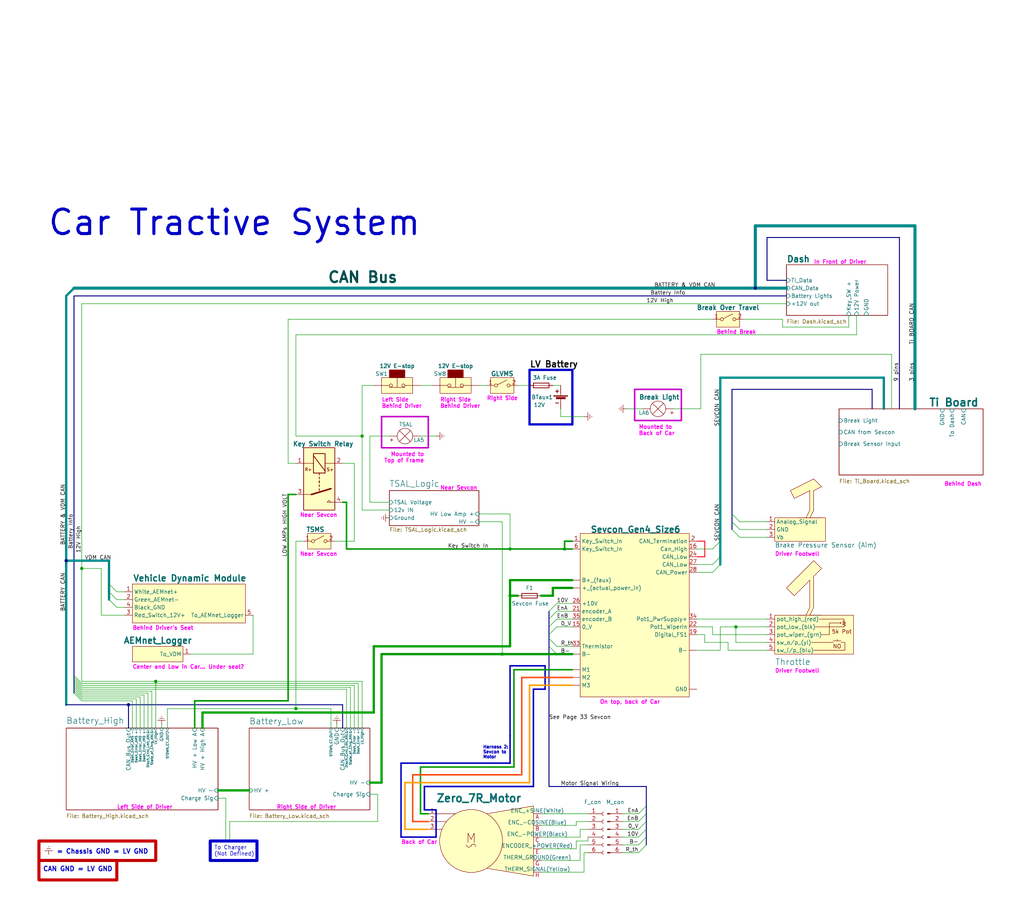
<source format=kicad_sch>
(kicad_sch (version 20230121) (generator eeschema)
  (paper "User" 334.01 300.025)
  (title_block (title "Tractive System") (date "2023-05-03") (rev "Print 1"))
  (lib_symbols
    (symbol "CamachosSymbols:SW_SPST" (pin_names (offset 0) hide)
      (property "Reference" "SW" (at 0 3.175 0))
      (property "Value" "SW_SPST" (at 0 -2.54 0))
      (symbol "SW_SPST_0_0"
        (circle (center -2.032 0) (radius 0.508))
        (polyline (pts (xy -1.524 0.254) (xy 1.524 1.778)))
        (circle (center 2.032 0) (radius 0.508))
      )
      (symbol "SW_SPST_0_1"
        (rectangle (start -3.81 2.54) (end 3.81 -2.54) (fill (type background)))
      )
      (symbol "SW_SPST_1_1"
        (pin passive line (at -5.08 0 0) (length 2.54) (name "A") (number "1"))
        (pin passive line (at 5.08 0 180) (length 2.54) (name "B") (number "2"))
      )
    )
    (symbol "CamachosSymbols:Safety Switch" (pin_numbers hide) (pin_names (offset 1.016) hide)
      (property "Reference" "SW?" (at 0 7.62 0))
      (property "Value" "Safety Switch" (at 0 6.35 0))
      (symbol "Safety Switch_0_1"
        (rectangle (start -5.08 2.54) (end 5.08 -2.54) (fill (type background)))
        (circle (center -2.032 0) (radius 0.508))
        (polyline (pts (xy -5.08 0) (xy -2.54 0)))
        (polyline (pts (xy -2.54 -0.635) (xy 2.54 -0.635)))
        (polyline (pts (xy 0 -0.635) (xy 0 1.27)))
        (polyline (pts (xy 0 1.27) (xy 0 2.54)))
        (polyline (pts (xy 2.54 0) (xy 5.08 0)))
        (polyline (pts (xy -2.54 2.54) (xy -2.54 5.08) (xy 2.54 5.08) (xy 2.54 2.54) (xy -2.54 2.54)) (fill (type outline)))
        (circle (center 2.032 0) (radius 0.508))
        (pin passive line (at -7.62 0 0) (length 2.54) (name "A") (number "1"))
      )
      (symbol "Safety Switch_1_1"
        (pin passive line (at 7.62 0 180) (length 2.54) (name "B") (number "2"))
      )
    )
    (symbol "CamachosSymbols:Sevcon_Gen4_Size6"
      (property "Value" "Sevcon_Gen4_Size6" (at 10.16 16.51 0))
      (symbol "Sevcon_Gen4_Size6_0_1"
        (rectangle (start -17.78 15.24) (end 17.78 -38.1) (fill (type background)))
      )
      (symbol "Sevcon_Gen4_Size6_1_1"
        (pin passive line (at -20.32 -2.54 0) (length 2.54) (name "+_(actual_power_in)") (number ""))
        (pin passive line (at -20.32 0 0) (length 2.54) (name "B+_(faux)") (number ""))
        (pin passive line (at -20.32 -24.13 0) (length 2.54) (name "B-") (number ""))
        (pin passive line (at 20.32 -22.86 180) (length 2.54) (name "B-") (number ""))
        (pin passive line (at 20.32 -35.56 180) (length 2.54) (name "GND") (number ""))
        (pin passive line (at -20.32 -29.21 0) (length 2.54) (name "M1") (number ""))
        (pin passive line (at -20.32 -31.75 0) (length 2.54) (name "M2") (number ""))
        (pin passive line (at -20.32 -34.29 0) (length 2.54) (name "M3") (number ""))
        (pin passive line (at -20.32 12.7 0) (length 2.54) (name "Key_Switch_In") (number "1"))
        (pin passive line (at -20.32 -15.24 0) (length 2.54) (name "0_V") (number "15"))
        (pin passive line (at 20.32 10.16 180) (length 2.54) (name "Can_High") (number "16"))
        (pin passive line (at 20.32 -17.78 180) (length 2.54) (name "Digital_FS1") (number "19"))
        (pin passive line (at 20.32 12.7 180) (length 2.54) (name "CAN_Termination") (number "2"))
        (pin passive line (at -20.32 -10.16 0) (length 2.54) (name "encoder_A") (number "21"))
        (pin passive line (at 20.32 -15.24 180) (length 2.54) (name "Pot1_WiperIn") (number "22"))
        (pin passive line (at 20.32 7.62 180) (length 2.54) (name "CAN_Low") (number "24"))
        (pin passive line (at -20.32 -7.62 0) (length 2.54) (name "+10V") (number "26"))
        (pin passive line (at 20.32 5.08 180) (length 2.54) (name "CAN_Low") (number "27"))
        (pin passive line (at 20.32 2.54 180) (length 2.54) (name "CAN_Power") (number "28"))
        (pin passive line (at -20.32 7.62 0) (length 2.54) hide (name "Line_Contactor_(Cont1)") (number "3"))
        (pin passive line (at -20.32 -21.59 0) (length 2.54) (name "Thermistor") (number "33"))
        (pin passive line (at 20.32 -12.7 180) (length 2.54) (name "Pot1_PwrSupply+") (number "34"))
        (pin passive line (at -20.32 -12.7 0) (length 2.54) (name "encoder_B") (number "35"))
        (pin passive line (at -20.32 5.08 0) (length 2.54) hide (name "Cont1_Supply_(+)") (number "4"))
        (pin passive line (at -20.32 10.16 0) (length 2.54) (name "Key_Switch_In") (number "6"))
      )
    )
    (symbol "CamachosSymbols:Throttle"
      (property "Value" "Throttle" (at 12.7 11.43 0))
      (symbol "Throttle_0_0"
        (text "5k Pot" (at 14.224 -2.794 0) (effects (font (size 1.27 1.27))))
        (text "NO" (at 12.7 -7.62 0) (effects (font (size 1.27 1.27))))
      )
      (symbol "Throttle_0_1"
        (rectangle (start -7.62 2.54) (end 18.034 -10.16) (fill (type background)))
        (polyline (pts (xy 4.318 -6.35) (xy 11.43 -6.35)))
        (polyline (pts (xy 5.08 -8.89) (xy 11.43 -8.89)))
        (polyline (pts (xy 11.43 -6.35) (xy 11.43 -6.35)))
        (polyline (pts (xy 11.43 -5.842) (xy 13.97 -5.842)))
        (polyline (pts (xy 12.7 -5.842) (xy 12.7 -5.334)))
        (polyline (pts (xy 13.716 0.254) (xy 13.97 0) (xy 13.716 -0.254)))
        (polyline (pts (xy 7.62 -3.81) (xy 10.16 -3.81) (xy 10.16 0) (xy 13.97 0)))
        (polyline (pts (xy 11.43 -8.89) (xy 15.24 -8.89) (xy 15.24 -6.35) (xy 13.97 -6.35)))
        (polyline (pts (xy 6.858 1.27) (xy 14.986 1.27) (xy 14.986 0.762) (xy 14.478 0.508) (xy 15.494 0.254) (xy 14.478 0) (xy 15.494 -0.254) (xy 14.478 -0.508) (xy 15.494 -0.762) (xy 14.986 -1.016) (xy 14.986 -1.27) (xy 5.588 -1.27)))
        (polyline (pts (xy 0 2.54) (xy 2.54 2.54) (xy 3.81 5.08) (xy 3.81 11.43) (xy 3.81 13.97) (xy -1.27 8.89) (xy -3.81 11.43) (xy 5.08 20.32) (xy 7.62 17.78) (xy 5.08 15.24) (xy 5.08 5.08) (xy 3.81 2.54) (xy 6.35 2.54) (xy 7.62 2.54)) (fill (type background)))
      )
      (symbol "Throttle_1_1"
        (pin passive line (at -10.16 1.27 0) (length 2.54) (name "pot_high_(red)") (number "1"))
        (pin passive line (at -10.16 -1.27 0) (length 2.54) (name "pot_low_(blk)") (number "2"))
        (pin passive line (at -10.16 -3.81 0) (length 2.54) (name "pot_wiper_(grn)") (number "3"))
        (pin passive line (at -10.16 -6.35 0) (length 2.54) (name "sw_o/p_(yl)") (number "4"))
        (pin passive line (at -10.16 -8.89 0) (length 2.54) (name "sw_i/p_(blu)") (number "5"))
      )
    )
    (symbol "CamachosSymbols:Zero_7R_Motor" (pin_names (offset 0))
      (property "Reference" "M?" (at -0.635 16.51 0))
      (property "Value" "Zero_7R_Motor" (at -0.635 13.97 0))
      (symbol "Zero_7R_Motor_0_0"
        (polyline (pts (xy 3.556 -0.508) (xy 3.556 2.54) (xy 2.54 0.508) (xy 1.524 2.54) (xy 1.524 -0.508)))
        (arc (start 2.54 -1.524) (mid 1.6743 -1.0287) (end 1.016 -1.778))
        (arc (start 2.54 -1.524) (mid 3.4022 -1.9982) (end 4.064 -1.27))
      )
      (symbol "Zero_7R_Motor_0_1"
        (polyline (pts (xy 13.97 3.81) (xy 12.065 3.81)))
        (polyline (pts (xy 13.97 8.89) (xy 7.62 8.89)))
        (polyline (pts (xy 13.97 6.35) (xy 10.5664 6.35) (xy 10.6172 6.3246)))
        (polyline (pts (xy -2.54 8.89) (xy -17.78 11.43) (xy -17.78 -11.43) (xy -2.54 -8.89)) (fill (type background)))
        (circle (center 2.54 0) (radius 10.2391) (fill (type background)))
      )
      (symbol "Zero_7R_Motor_1_1"
        (pin passive line (at 16.51 8.89 180) (length 2.54) (name "~") (number "1"))
        (pin passive line (at 16.51 6.35 180) (length 2.54) (name "~") (number "2"))
        (pin passive line (at 16.51 3.81 180) (length 2.54) (name "~") (number "3"))
        (pin passive line (at -20.32 8.89 0) (length 2.54) (name "ENC_+SINE(White)") (number "A"))
        (pin passive line (at -20.32 5.08 0) (length 2.54) (name "ENC_-COSINE(Blue)") (number "B"))
        (pin passive line (at -20.32 1.27 0) (length 2.54) (name "ENC_-POWER(Black)") (number "C"))
        (pin passive line (at -20.32 -2.54 0) (length 2.54) (name "ENCODER_+POWER(Red)") (number "E"))
        (pin passive line (at -20.32 -6.35 0) (length 2.54) (name "THERM_GROUND(Green)") (number "G"))
        (pin passive line (at -20.32 -10.16 0) (length 2.54) (name "THERM_SIGNAL(Yellow)") (number "H"))
      )
    )
    (symbol "Connector:Conn_01x06_Female" (pin_names (offset 1.016) hide)
      (property "Reference" "J" (at 0 7.62 0))
      (property "Value" "Conn_01x06_Female" (at 0 -10.16 0))
      (symbol "Conn_01x06_Female_1_1"
        (arc (start 0 -7.112) (mid -0.5058 -7.62) (end 0 -8.128) (stroke (width 0.1524)))
        (arc (start 0 -4.572) (mid -0.5058 -5.08) (end 0 -5.588) (stroke (width 0.1524)))
        (arc (start 0 -2.032) (mid -0.5058 -2.54) (end 0 -3.048) (stroke (width 0.1524)))
        (polyline (pts (xy -1.27 -7.62) (xy -0.508 -7.62)) (stroke (width 0.1524)))
        (polyline (pts (xy -1.27 -5.08) (xy -0.508 -5.08)) (stroke (width 0.1524)))
        (polyline (pts (xy -1.27 -2.54) (xy -0.508 -2.54)) (stroke (width 0.1524)))
        (polyline (pts (xy -1.27 0) (xy -0.508 0)) (stroke (width 0.1524)))
        (polyline (pts (xy -1.27 2.54) (xy -0.508 2.54)) (stroke (width 0.1524)))
        (polyline (pts (xy -1.27 5.08) (xy -0.508 5.08)) (stroke (width 0.1524)))
        (arc (start 0 0.508) (mid -0.5058 0) (end 0 -0.508) (stroke (width 0.1524)))
        (arc (start 0 3.048) (mid -0.5058 2.54) (end 0 2.032) (stroke (width 0.1524)))
        (arc (start 0 5.588) (mid -0.5058 5.08) (end 0 4.572) (stroke (width 0.1524)))
        (pin passive line (at -5.08 5.08 0) (length 3.81) (name "Pin_1") (number "1"))
        (pin passive line (at -5.08 2.54 0) (length 3.81) (name "Pin_2") (number "2"))
        (pin passive line (at -5.08 0 0) (length 3.81) (name "Pin_3") (number "3"))
        (pin passive line (at -5.08 -2.54 0) (length 3.81) (name "Pin_4") (number "4"))
        (pin passive line (at -5.08 -5.08 0) (length 3.81) (name "Pin_5") (number "5"))
        (pin passive line (at -5.08 -7.62 0) (length 3.81) (name "Pin_6") (number "6"))
      )
    )
    (symbol "Connector:Conn_01x06_Male" (pin_names (offset 1.016) hide)
      (property "Reference" "J" (at 0 7.62 0))
      (property "Value" "Conn_01x06_Male" (at 0 -10.16 0))
      (symbol "Conn_01x06_Male_1_1"
        (polyline (pts (xy 1.27 -7.62) (xy 0.8636 -7.62)) (stroke (width 0.1524)))
        (polyline (pts (xy 1.27 -5.08) (xy 0.8636 -5.08)) (stroke (width 0.1524)))
        (polyline (pts (xy 1.27 -2.54) (xy 0.8636 -2.54)) (stroke (width 0.1524)))
        (polyline (pts (xy 1.27 0) (xy 0.8636 0)) (stroke (width 0.1524)))
        (polyline (pts (xy 1.27 2.54) (xy 0.8636 2.54)) (stroke (width 0.1524)))
        (polyline (pts (xy 1.27 5.08) (xy 0.8636 5.08)) (stroke (width 0.1524)))
        (rectangle (start 0.8636 -7.493) (end 0 -7.747) (stroke (width 0.1524)) (fill (type outline)))
        (rectangle (start 0.8636 -4.953) (end 0 -5.207) (stroke (width 0.1524)) (fill (type outline)))
        (rectangle (start 0.8636 -2.413) (end 0 -2.667) (stroke (width 0.1524)) (fill (type outline)))
        (rectangle (start 0.8636 0.127) (end 0 -0.127) (stroke (width 0.1524)) (fill (type outline)))
        (rectangle (start 0.8636 2.667) (end 0 2.413) (stroke (width 0.1524)) (fill (type outline)))
        (rectangle (start 0.8636 5.207) (end 0 4.953) (stroke (width 0.1524)) (fill (type outline)))
        (pin passive line (at 5.08 5.08 180) (length 3.81) (name "Pin_1") (number "1"))
        (pin passive line (at 5.08 2.54 180) (length 3.81) (name "Pin_2") (number "2"))
        (pin passive line (at 5.08 0 180) (length 3.81) (name "Pin_3") (number "3"))
        (pin passive line (at 5.08 -2.54 180) (length 3.81) (name "Pin_4") (number "4"))
        (pin passive line (at 5.08 -5.08 180) (length 3.81) (name "Pin_5") (number "5"))
        (pin passive line (at 5.08 -7.62 180) (length 3.81) (name "Pin_6") (number "6"))
      )
    )
    (symbol "Device:Battery_Cell" (pin_numbers hide) (pin_names (offset 0) hide)
      (property "Reference" "BTaux1" (at 2.54 1.27 0))
      (property "Value" "12V" (at 5.08 -1.27 0))
      (symbol "Battery_Cell_0_1"
        (rectangle (start -2.286 1.778) (end 2.286 1.524) (fill (type outline)))
        (rectangle (start -1.5748 1.1938) (end 1.4732 0.6858) (fill (type outline)))
        (polyline (pts (xy 0 0.762) (xy 0 0)))
        (polyline (pts (xy 0 1.778) (xy 0 2.54)))
        (polyline (pts (xy 0.635 -0.635) (xy 1.651 -0.635)) (stroke (width 0.254)))
        (polyline (pts (xy 0.635 3.175) (xy 1.651 3.175)) (stroke (width 0.254)))
        (polyline (pts (xy 1.143 3.683) (xy 1.143 2.667)) (stroke (width 0.254)))
      )
      (symbol "Battery_Cell_1_1"
        (pin passive line (at 0 5.08 270) (length 2.54) (name "+") (number "1"))
        (pin passive line (at 0 -2.54 90) (length 2.54) (name "-") (number "2"))
      )
    )
    (symbol "Device:Fuse" (pin_numbers hide) (pin_names (offset 0))
      (property "Reference" "F" (at 2.032 0 90))
      (property "Value" "Fuse" (at -1.905 0 90))
      (symbol "Fuse_0_1"
        (rectangle (start -0.762 -2.54) (end 0.762 2.54) (stroke (width 0.254)))
        (polyline (pts (xy 0 2.54) (xy 0 -2.54)))
      )
      (symbol "Fuse_1_1"
        (pin passive line (at 0 3.81 270) (length 1.27) (name "~") (number "1"))
        (pin passive line (at 0 -3.81 90) (length 1.27) (name "~") (number "2"))
      )
    )
    (symbol "Lamp_4" (pin_numbers hide) (pin_names (offset 0.0254) hide)
      (property "Reference" "LA4" (at 6.35 1.27 0))
      (property "Value" "Keyswitch Light" (at 7.62 -3.81 0))
      (symbol "Lamp_4_0_0"
        (text "+" (at -4.445 1.27 900) (effects (font (size 1.27 1.27))))
      )
      (symbol "Lamp_4_0_1"
        (polyline (pts (xy -1.778 -1.778) (xy 1.778 1.778)))
        (polyline (pts (xy -1.778 1.778) (xy 1.778 -1.778)))
        (circle (center 0 0) (radius 2.54))
      )
      (symbol "Lamp_4_1_1"
        (pin passive line (at 5.08 0 180) (length 2.54) (name "-") (number "1"))
        (pin passive line (at -5.08 0 0) (length 2.54) (name "+") (number "2"))
      )
    )
    (symbol "Relay:ADW11"
      (property "Reference" "K?" (at -2.54 15.24 0))
      (property "Value" "Line Contactor" (at 1.27 12.7 0))
      (symbol "ADW11_1_1"
        (polyline (pts (xy -3.81 6.35) (xy -0.635 6.35)))
        (polyline (pts (xy -1.27 -3.81) (xy -3.81 -3.81)))
        (polyline (pts (xy -1.27 -3.81) (xy 5.08 -1.905)) (stroke (width 0.508)))
        (polyline (pts (xy -0.635 8.89) (xy 3.175 3.81)) (stroke (width 0.254)))
        (polyline (pts (xy 1.27 -1.905) (xy 1.27 -2.54)) (stroke (width 0.254)))
        (polyline (pts (xy 1.27 -0.635) (xy 1.27 -1.27)) (stroke (width 0.254)))
        (polyline (pts (xy 1.27 0.635) (xy 1.27 0)) (stroke (width 0.254)))
        (polyline (pts (xy 1.27 0.635) (xy 1.27 0)) (stroke (width 0.254)))
        (polyline (pts (xy 1.27 1.905) (xy 1.27 1.27)) (stroke (width 0.254)))
        (polyline (pts (xy 1.27 3.175) (xy 1.27 2.54)) (stroke (width 0.254)))
        (polyline (pts (xy 5.08 -6.35) (xy 6.35 -6.35)))
        (polyline (pts (xy 6.35 6.35) (xy 3.175 6.35)))
        (polyline (pts (xy 5.08 -6.35) (xy 3.81 -6.35) (xy 4.445 -5.715) (xy 5.08 -6.35)))
        (rectangle (start 3.175 9.525) (end -0.635 3.175) (stroke (width 0.254)))
        (rectangle (start 6.35 11.43) (end -3.81 -8.89) (stroke (width 0.254)) (fill (type background)))
        (text "R+" (at -2.286 4.318 0) (effects (font (size 1.016 1.016))))
        (text "S+" (at 4.826 4.318 0) (effects (font (size 1.016 1.016))))
        (pin passive line (at -6.35 6.35 0) (length 2.54) (name "~") (number "1"))
        (pin passive line (at 8.89 6.35 180) (length 2.54) (name "~") (number "2"))
        (pin passive line (at -6.35 -3.81 0) (length 2.54) (name "~") (number "3"))
        (pin passive line (at 8.89 -6.35 180) (length 2.54) (name "~") (number "4"))
      )
    )
    (symbol "Sevcon_Gen4_Size6_1"
      (property "Value" "Vehicle Dynamic Module" (at 19.685 8.255 0))
      (symbol "Sevcon_Gen4_Size6_1_0_1"
        (rectangle (start -17.78 6.35) (end 19.05 -6.35) (fill (type background)))
      )
      (symbol "Sevcon_Gen4_Size6_1_1_1"
        (pin bidirectional line (at -20.32 3.81 0) (length 2.54) (name "White_AEMnet+") (number "1"))
        (pin bidirectional line (at -20.32 1.27 0) (length 2.54) (name "Green_AEMnet-") (number "2"))
        (pin input line (at -20.32 -3.81 0) (length 2.54) (name "Red_Switch_12V+") (number "3"))
        (pin input line (at -20.32 -1.27 0) (length 2.54) (name "Black_GND") (number "4"))
        (pin bidirectional line (at 21.59 -3.81 180) (length 2.54) (name "To_AEMnet_Logger") (number "5"))
      )
    )
    (symbol "Sevcon_Gen4_Size6_2"
      (property "Value" "AEMnet_Logger" (at 12.065 4.445 0))
      (symbol "Sevcon_Gen4_Size6_2_0_1"
        (rectangle (start -7.62 2.54) (end 8.89 -2.54) (fill (type background)))
      )
      (symbol "Sevcon_Gen4_Size6_2_1_1"
        (pin bidirectional line (at 11.43 0 180) (length 2.54) (name "To_VDM") (number "1"))
      )
    )
    (symbol "Throttle_1"
      (property "Value" "Brake (AiM Pressure Sensor)" (at -6.35 6.35 0))
      (symbol "Throttle_1_0_1"
        (rectangle (start -7.62 2.54) (end 8.89 -5.08) (fill (type background)))
        (polyline (pts (xy 11.43 -6.35) (xy 11.43 -6.35)))
        (polyline (pts (xy 0 2.54) (xy 2.54 2.54) (xy 3.81 5.08) (xy 3.81 8.89) (xy 3.81 11.43) (xy -1.27 8.89) (xy -2.54 11.43) (xy 5.08 15.24) (xy 7.62 12.7) (xy 5.08 11.43) (xy 5.08 5.08) (xy 3.81 2.54) (xy 6.35 2.54) (xy 7.62 2.54)) (fill (type background)))
      )
      (symbol "Throttle_1_1_1"
        (pin passive line (at -10.16 1.27 0) (length 2.54) (name "Analog_Signal") (number "1"))
        (pin passive line (at -10.16 -1.27 0) (length 2.54) (name "GND") (number "2"))
        (pin passive line (at -10.16 -3.81 0) (length 2.54) (name "Vb") (number "3"))
      )
    )
    (symbol "power:Earth" (power) (pin_names (offset 0))
      (symbol "Earth_0_1"
        (polyline (pts (xy -0.635 -1.905) (xy 0.635 -1.905)))
        (polyline (pts (xy -0.127 -2.54) (xy 0.127 -2.54)))
        (polyline (pts (xy 0 -1.27) (xy 0 0)))
        (polyline (pts (xy 1.27 -1.27) (xy -1.27 -1.27)))
      )
      (symbol "Earth_1_1"
        (pin power_in line (at 0 0 270) (length 0) hide (name "Earth") (number "1"))
      )
    )
  )
  (junction (at 118.11 142.24))
  (junction (at 26.67 185.42))
  (junction (at 240.03 204.47))
  (junction (at 50.8 222.25))
  (junction (at 96.52 231.14))
  (junction (at 41.91 229.87))
  (junction (at 246.38 93.98))
  (junction (at 166.37 194.31))
  (junction (at 184.15 179.07))
  (junction (at 166.37 179.07))
  (junction (at 21.59 182.88))
  (junction (at 163.83 213.36))
  (bus_entry (at 35.56 190.5) (size 2.54 2.54))
  (bus_entry (at 179.07 204.47) (size 2.54 -2.54))
  (bus_entry (at 24.13 220.345) (size 2.54 2.54))
  (bus_entry (at 232.41 184.15) (size 2.54 -2.54))
  (bus_entry (at 232.41 186.69) (size 2.54 -2.54))
  (bus_entry (at 210.82 275.59) (size -2.54 2.54))
  (bus_entry (at 179.07 207.01) (size 2.54 -2.54))
  (bus_entry (at 210.82 265.43) (size -2.54 2.54))
  (bus_entry (at 210.82 273.05) (size -2.54 2.54))
  (bus_entry (at 24.13 223.52) (size 2.54 2.54))
  (bus_entry (at 24.13 224.155) (size 2.54 2.54))
  (bus_entry (at 210.82 267.97) (size -2.54 2.54))
  (bus_entry (at 24.13 224.79) (size 2.54 2.54))
  (bus_entry (at 24.13 93.98) (size -2.54 2.54) (stroke (width 0.75) (color 0 132 132 1)))
  (bus_entry (at 35.56 193.04) (size 2.54 2.54))
  (bus_entry (at 238.76 170.18) (size 2.54 2.54))
  (bus_entry (at 179.07 199.39) (size 2.54 -2.54))
  (bus_entry (at 179.07 201.93) (size 2.54 -2.54))
  (bus_entry (at 35.56 195.58) (size 2.54 2.54))
  (bus_entry (at 210.82 262.89) (size -2.54 2.54))
  (bus_entry (at 210.82 270.51) (size -2.54 2.54))
  (bus_entry (at 24.13 220.98) (size 2.54 2.54))
  (bus_entry (at 24.13 222.25) (size 2.54 2.54))
  (bus_entry (at 238.76 167.64) (size 2.54 2.54))
  (bus_entry (at 24.13 221.615) (size 2.54 2.54))
  (bus_entry (at 181.61 210.82) (size -2.54 -2.54))
  (bus_entry (at 24.13 226.06) (size 2.54 2.54))
  (bus_entry (at 24.13 222.885) (size 2.54 2.54))
  (bus_entry (at 24.13 225.425) (size 2.54 2.54))
  (bus_entry (at 238.76 172.72) (size 2.54 2.54))
  (bus_entry (at 179.07 210.82) (size 2.54 2.54))
  (bus_entry (at 232.41 179.07) (size 2.54 -2.54))
  (wire (pts (xy 93.98 161.29) (xy 93.98 228.6)) (stroke (width 0.5)))
  (polyline (pts (xy 166.37 240.03) (xy 166.37 248.92)) (stroke (width 0.5)))
  (bus (pts (xy 210.82 273.05) (xy 210.82 275.59)))
  (wire (pts (xy 74.93 267.97) (xy 74.93 274.32)))
  (wire (pts (xy 118.11 125.73) (xy 121.92 125.73)))
  (wire (pts (xy 93.98 151.13) (xy 93.98 104.14)))
  (wire (pts (xy 190.5 278.13) (xy 190.5 284.48)))
  (wire (pts (xy 250.19 212.09) (xy 237.49 212.09)))
  (wire (pts (xy 26.67 224.79) (xy 113.03 224.79)))
  (wire (pts (xy 52.705 236.22) (xy 52.705 237.49)))
  (polyline (pts (xy 138.43 264.16) (xy 138.43 260.35)) (stroke (width 0.5)))
  (bus (pts (xy 238.76 167.64) (xy 238.76 170.18)))
  (wire (pts (xy 26.67 227.33) (xy 45.72 227.33)))
  (wire (pts (xy 26.67 228.6) (xy 43.18 228.6)))
  (wire (pts (xy 189.23 270.51) (xy 191.77 270.51)))
  (wire (pts (xy 73.66 260.35) (xy 73.66 274.32)))
  (wire (pts (xy 234.95 204.47) (xy 234.95 212.09)))
  (wire (pts (xy 118.11 166.37) (xy 127 166.37)))
  (wire (pts (xy 50.8 222.25) (xy 50.8 237.49)))
  (wire (pts (xy 184.15 176.53) (xy 186.69 176.53)) (stroke (width 0.5)))
  (bus (pts (xy 234.95 176.53) (xy 234.95 181.61)) (stroke (width 0.75) (color 0 132 132 1)))
  (wire (pts (xy 208.28 273.05) (xy 203.2 273.05)))
  (bus (pts (xy 250.19 77.47) (xy 293.37 77.47)))
  (wire (pts (xy 227.33 179.07) (xy 232.41 179.07)))
  (polyline (pts (xy 138.43 256.54) (xy 138.43 260.35)) (stroke (width 0.5)))
  (wire (pts (xy 191.77 278.13) (xy 190.5 278.13)))
  (bus (pts (xy 21.59 182.88) (xy 35.56 182.88)) (stroke (width 0.75) (color 0 132 132 1)))
  (wire (pts (xy 181.61 196.85) (xy 186.69 196.85)))
  (wire (pts (xy 38.1 198.12) (xy 40.64 198.12)))
  (polyline (pts (xy 166.37 217.17) (xy 177.8 217.17)) (stroke (width 0.5)))
  (wire (pts (xy 26.67 227.965) (xy 44.45 227.965)))
  (wire (pts (xy 191.77 265.43) (xy 176.53 265.43)))
  (polyline (pts (xy 173.99 224.79) (xy 177.8 224.79)) (stroke (width 0.5)))
  (polyline (pts (xy 186.69 138.43) (xy 186.69 120.65)) (stroke (width 0.75) (type solid)))
  (bus (pts (xy 24.13 222.885) (xy 24.13 223.52)))
  (bus (pts (xy 179.07 210.82) (xy 179.07 256.54)))
  (wire (pts (xy 240.03 204.47) (xy 250.19 204.47)))
  (bus (pts (xy 24.13 220.345) (xy 24.13 220.98)))
  (bus (pts (xy 298.45 73.66) (xy 298.45 133.35)) (stroke (width 1) (color 0 132 132 1)))
  (polyline (pts (xy 173.99 224.79) (xy 173.99 256.54)) (stroke (width 0.5)))
  (wire (pts (xy 113.03 163.83) (xy 111.76 163.83)) (stroke (width 0.5)))
  (polyline (pts (xy 166.37 248.92) (xy 130.81 248.92)) (stroke (width 0.5)))
  (wire (pts (xy 187.96 269.24) (xy 187.96 267.97)))
  (wire (pts (xy 172.72 255.27) (xy 132.08 255.27)) (stroke (width 0.5) (color 255 153 0 1)))
  (wire (pts (xy 26.67 222.25) (xy 50.8 222.25)))
  (wire (pts (xy 26.67 99.06) (xy 26.67 185.42)))
  (wire (pts (xy 62.23 213.36) (xy 82.55 213.36)))
  (wire (pts (xy 181.61 213.36) (xy 186.69 213.36)) (stroke (width 0.75)))
  (wire (pts (xy 137.16 125.73) (xy 140.97 125.73)))
  (wire (pts (xy 93.98 161.29) (xy 96.52 161.29)) (stroke (width 0.5)))
  (wire (pts (xy 63.5 228.6) (xy 63.5 237.49)) (stroke (width 0.5)))
  (wire (pts (xy 120.65 255.27) (xy 124.46 255.27)) (stroke (width 0.75)))
  (bus (pts (xy 250.19 91.44) (xy 256.54 91.44)))
  (wire (pts (xy 187.96 274.32) (xy 187.96 276.86)))
  (bus (pts (xy 21.59 229.87) (xy 41.91 229.87)))
  (wire (pts (xy 166.37 189.23) (xy 166.37 194.31)) (stroke (width 0.75)))
  (wire (pts (xy 209.55 133.35) (xy 204.47 133.35)))
  (wire (pts (xy 40.64 200.66) (xy 33.02 200.66)))
  (polyline (pts (xy 138.43 256.54) (xy 173.99 256.54)) (stroke (width 0.5)))
  (wire (pts (xy 189.23 273.05) (xy 176.53 273.05)))
  (wire (pts (xy 232.41 207.01) (xy 250.19 207.01)))
  (wire (pts (xy 26.67 185.42) (xy 26.67 222.25)))
  (wire (pts (xy 26.67 222.885) (xy 116.84 222.885)))
  (wire (pts (xy 163.83 213.36) (xy 165.1 213.36)))
  (bus (pts (xy 234.95 176.53) (xy 234.95 123.19)) (stroke (width 0.75) (color 0 132 132 1)))
  (wire (pts (xy 227.33 186.69) (xy 232.41 186.69)))
  (wire (pts (xy 186.69 191.77) (xy 180.34 191.77)) (stroke (width 0.75)))
  (bus (pts (xy 41.91 229.87) (xy 41.91 237.49)))
  (wire (pts (xy 180.34 191.77) (xy 180.34 194.31)) (stroke (width 0.75)))
  (bus (pts (xy 21.59 96.52) (xy 21.59 182.88)) (stroke (width 0.75) (color 0 132 132 1)))
  (wire (pts (xy 127 142.24) (xy 120.65 142.24)))
  (wire (pts (xy 181.61 210.82) (xy 186.69 210.82)))
  (wire (pts (xy 156.21 170.18) (xy 163.83 170.18)))
  (wire (pts (xy 118.11 222.25) (xy 118.11 237.49)))
  (wire (pts (xy 227.33 181.61) (xy 229.87 181.61)) (stroke (width 0.3) (color 255 0 24 1)))
  (wire (pts (xy 167.64 218.44) (xy 186.69 218.44)) (stroke (width 0.5)))
  (bus (pts (xy 210.82 265.43) (xy 210.82 267.97)))
  (wire (pts (xy 227.33 207.01) (xy 229.87 207.01)))
  (wire (pts (xy 48.26 237.49) (xy 48.26 226.06)))
  (wire (pts (xy 172.72 223.52) (xy 172.72 255.27)) (stroke (width 0.5) (color 255 153 0 1)))
  (bus (pts (xy 24.13 220.98) (xy 24.13 221.615)))
  (wire (pts (xy 118.11 142.24) (xy 118.11 125.73)))
  (wire (pts (xy 33.02 185.42) (xy 33.02 200.66)))
  (wire (pts (xy 71.12 260.35) (xy 73.66 260.35)))
  (wire (pts (xy 93.98 104.14) (xy 232.41 104.14)))
  (wire (pts (xy 168.91 125.73) (xy 172.72 125.73)))
  (wire (pts (xy 113.03 237.49) (xy 113.03 224.79)))
  (wire (pts (xy 168.91 194.31) (xy 166.37 194.31)) (stroke (width 0.75)))
  (polyline (pts (xy 177.8 217.17) (xy 177.8 224.79)) (stroke (width 0.5)))
  (wire (pts (xy 120.65 142.24) (xy 120.65 163.83)))
  (wire (pts (xy 189.23 275.59) (xy 189.23 280.67)))
  (wire (pts (xy 73.66 274.32) (xy 74.93 274.32)))
  (wire (pts (xy 46.99 237.49) (xy 46.99 226.695)))
  (wire (pts (xy 38.1 193.04) (xy 40.64 193.04)))
  (wire (pts (xy 93.98 228.6) (xy 63.5 228.6)) (stroke (width 0.5)))
  (wire (pts (xy 26.67 223.52) (xy 115.57 223.52)))
  (bus (pts (xy 35.56 190.5) (xy 35.56 193.04)) (stroke (width 0.75) (color 0 132 132 1)))
  (wire (pts (xy 187.96 269.24) (xy 176.53 269.24)))
  (wire (pts (xy 229.87 209.55) (xy 237.49 209.55)))
  (bus (pts (xy 24.13 224.155) (xy 24.13 224.79)))
  (wire (pts (xy 26.67 99.06) (xy 256.54 99.06)))
  (wire (pts (xy 123.19 259.08) (xy 123.19 267.97)))
  (bus (pts (xy 210.82 262.89) (xy 210.82 265.43)))
  (wire (pts (xy 191.77 274.32) (xy 187.96 274.32)))
  (bus (pts (xy 234.95 181.61) (xy 234.95 184.15)) (stroke (width 0.75) (color 0 132 132 1)))
  (wire (pts (xy 134.62 252.73) (xy 170.18 252.73)) (stroke (width 0.5) (color 255 74 14 1)))
  (wire (pts (xy 208.28 275.59) (xy 203.2 275.59)))
  (wire (pts (xy 237.49 212.09) (xy 237.49 209.55)))
  (wire (pts (xy 203.2 278.13) (xy 208.28 278.13)))
  (wire (pts (xy 109.855 236.22) (xy 109.855 237.49)))
  (wire (pts (xy 96.52 142.24) (xy 118.11 142.24)))
  (polyline (pts (xy 172.72 120.65) (xy 172.72 138.43)) (stroke (width 0.75) (type solid)))
  (wire (pts (xy 132.08 255.27) (xy 132.08 270.51)) (stroke (width 0.5) (color 255 153 0 1)))
  (wire (pts (xy 170.18 220.98) (xy 186.69 220.98)) (stroke (width 0.5) (color 255 74 14 1)))
  (wire (pts (xy 255.27 104.14) (xy 242.57 104.14)))
  (wire (pts (xy 54.61 231.14) (xy 96.52 231.14)))
  (wire (pts (xy 290.83 115.57) (xy 290.83 133.35)))
  (bus (pts (xy 179.07 199.39) (xy 179.07 201.93)))
  (wire (pts (xy 208.28 270.51) (xy 203.2 270.51)))
  (wire (pts (xy 137.16 142.24) (xy 142.24 142.24)))
  (bus (pts (xy 21.59 182.88) (xy 21.59 229.87)) (stroke (width 0.75) (color 0 132 132 1)))
  (wire (pts (xy 96.52 142.24) (xy 96.52 109.22)))
  (bus (pts (xy 210.82 267.97) (xy 210.82 270.51)))
  (wire (pts (xy 240.03 209.55) (xy 240.03 204.47)))
  (wire (pts (xy 45.72 237.49) (xy 45.72 227.33)))
  (wire (pts (xy 93.98 151.13) (xy 96.52 151.13)))
  (wire (pts (xy 66.04 232.41) (xy 121.92 232.41)) (stroke (width 0.75)))
  (bus (pts (xy 24.13 222.25) (xy 24.13 222.885)))
  (wire (pts (xy 181.61 204.47) (xy 186.69 204.47)))
  (wire (pts (xy 134.62 252.73) (xy 134.62 267.97)) (stroke (width 0.5) (color 255 74 14 1)))
  (wire (pts (xy 124.46 255.27) (xy 124.46 213.36)) (stroke (width 0.75)))
  (wire (pts (xy 96.52 176.53) (xy 96.52 231.14)))
  (wire (pts (xy 241.3 172.72) (xy 250.19 172.72)))
  (wire (pts (xy 189.23 273.05) (xy 189.23 270.51)))
  (polyline (pts (xy 130.81 248.92) (xy 130.81 273.05)) (stroke (width 0.5)))
  (wire (pts (xy 228.6 115.57) (xy 290.83 115.57)))
  (polyline (pts (xy 142.24 273.05) (xy 142.24 264.16)) (stroke (width 0.5)))
  (bus (pts (xy 179.07 207.01) (xy 179.07 208.28)))
  (bus (pts (xy 24.13 96.52) (xy 256.54 96.52)))
  (bus (pts (xy 24.13 96.52) (xy 24.13 220.345)))
  (wire (pts (xy 107.95 237.49) (xy 107.95 231.14)))
  (bus (pts (xy 179.07 201.93) (xy 179.07 204.47)))
  (wire (pts (xy 176.53 194.31) (xy 180.34 194.31)) (stroke (width 0.75)))
  (bus (pts (xy 179.07 204.47) (xy 179.07 207.01)))
  (wire (pts (xy 180.34 125.73) (xy 182.88 125.73)))
  (bus (pts (xy 24.13 224.79) (xy 24.13 225.425)))
  (wire (pts (xy 96.52 176.53) (xy 99.06 176.53)))
  (bus (pts (xy 179.07 256.54) (xy 210.82 256.54)))
  (wire (pts (xy 181.61 199.39) (xy 186.69 199.39)))
  (wire (pts (xy 228.6 133.35) (xy 228.6 115.57)))
  (wire (pts (xy 167.64 250.19) (xy 137.16 250.19)) (stroke (width 0.5)))
  (wire (pts (xy 229.87 176.53) (xy 229.87 181.61)) (stroke (width 0.3) (color 255 0 24 1)))
  (wire (pts (xy 227.33 201.93) (xy 250.19 201.93)))
  (polyline (pts (xy 130.81 273.05) (xy 142.24 273.05)) (stroke (width 0.5)))
  (bus (pts (xy 35.56 182.88) (xy 35.56 190.5)) (stroke (width 0.75) (color 0 132 132 1)))
  (wire (pts (xy 26.67 225.425) (xy 49.53 225.425)))
  (wire (pts (xy 189.23 280.67) (xy 176.53 280.67)))
  (bus (pts (xy 111.76 237.49) (xy 111.76 229.87)))
  (wire (pts (xy 26.67 226.06) (xy 48.26 226.06)))
  (wire (pts (xy 114.3 237.49) (xy 114.3 224.155)))
  (wire (pts (xy 115.57 237.49) (xy 115.57 223.52)))
  (wire (pts (xy 234.95 212.09) (xy 227.33 212.09)))
  (wire (pts (xy 66.04 232.41) (xy 66.04 237.49)) (stroke (width 0.75)))
  (wire (pts (xy 250.19 209.55) (xy 240.03 209.55)))
  (wire (pts (xy 190.5 284.48) (xy 176.53 284.48)))
  (wire (pts (xy 227.33 184.15) (xy 232.41 184.15)))
  (wire (pts (xy 187.96 267.97) (xy 191.77 267.97)))
  (wire (pts (xy 208.28 267.97) (xy 203.2 267.97)))
  (wire (pts (xy 121.92 210.82) (xy 166.37 210.82)) (stroke (width 0.75)))
  (wire (pts (xy 172.72 223.52) (xy 186.69 223.52)) (stroke (width 0.5) (color 255 153 0 1)))
  (wire (pts (xy 181.61 201.93) (xy 186.69 201.93)))
  (wire (pts (xy 26.67 185.42) (xy 33.02 185.42)))
  (wire (pts (xy 250.19 170.18) (xy 241.3 170.18)))
  (wire (pts (xy 255.27 106.68) (xy 276.86 106.68)))
  (wire (pts (xy 234.95 204.47) (xy 240.03 204.47)))
  (wire (pts (xy 276.86 106.68) (xy 276.86 102.87)))
  (wire (pts (xy 137.16 265.43) (xy 139.7 265.43)) (stroke (width 0.5)))
  (wire (pts (xy 232.41 204.47) (xy 232.41 207.01)))
  (wire (pts (xy 255.27 104.14) (xy 255.27 106.68)))
  (wire (pts (xy 156.21 167.64) (xy 166.37 167.64)))
  (wire (pts (xy 120.65 259.08) (xy 123.19 259.08)))
  (wire (pts (xy 113.03 179.07) (xy 113.03 163.83)) (stroke (width 0.5)))
  (wire (pts (xy 113.03 179.07) (xy 166.37 179.07)) (stroke (width 0.5)))
  (polyline (pts (xy 172.72 120.65) (xy 186.69 120.65)) (stroke (width 0.75) (type solid)))
  (wire (pts (xy 227.33 204.47) (xy 232.41 204.47)))
  (wire (pts (xy 49.53 237.49) (xy 49.53 225.425)))
  (wire (pts (xy 190.5 135.89) (xy 182.88 135.89)))
  (wire (pts (xy 120.65 163.83) (xy 127 163.83)))
  (wire (pts (xy 109.22 176.53) (xy 115.57 176.53)))
  (wire (pts (xy 123.19 267.97) (xy 74.93 267.97)))
  (wire (pts (xy 170.18 252.73) (xy 170.18 220.98)) (stroke (width 0.5) (color 255 74 14 1)))
  (wire (pts (xy 96.52 109.22) (xy 279.4 109.22)))
  (bus (pts (xy 210.82 270.51) (xy 210.82 273.05)))
  (wire (pts (xy 227.33 176.53) (xy 229.87 176.53)) (stroke (width 0.3) (color 255 0 24 1)))
  (wire (pts (xy 167.64 218.44) (xy 167.64 250.19)) (stroke (width 0.5)))
  (bus (pts (xy 238.76 127) (xy 284.48 127)))
  (polyline (pts (xy 166.37 240.03) (xy 166.37 240.03)) (stroke (width 0.5)))
  (wire (pts (xy 132.08 270.51) (xy 139.7 270.51)) (stroke (width 0.5) (color 255 153 0 1)))
  (bus (pts (xy 250.19 77.47) (xy 250.19 91.44)))
  (wire (pts (xy 82.55 200.66) (xy 82.55 213.36)))
  (bus (pts (xy 24.13 223.52) (xy 24.13 224.155)))
  (bus (pts (xy 234.95 123.19) (xy 288.29 123.19)) (stroke (width 0.75) (color 0 132 132 1)))
  (bus (pts (xy 238.76 170.18) (xy 238.76 172.72)))
  (wire (pts (xy 187.96 276.86) (xy 176.53 276.86)))
  (wire (pts (xy 163.83 213.36) (xy 181.61 213.36)) (stroke (width 0.75)))
  (bus (pts (xy 210.82 256.54) (xy 210.82 262.89)))
  (wire (pts (xy 38.1 195.58) (xy 40.64 195.58)))
  (wire (pts (xy 43.18 237.49) (xy 43.18 228.6)))
  (bus (pts (xy 35.56 193.04) (xy 35.56 195.58)) (stroke (width 0.75) (color 0 132 132 1)))
  (polyline (pts (xy 142.24 264.16) (xy 138.43 264.16)) (stroke (width 0.5)))
  (polyline (pts (xy 166.37 240.03) (xy 166.37 217.17)) (stroke (width 0.5)))
  (wire (pts (xy 182.88 133.35) (xy 182.88 135.89)))
  (bus (pts (xy 238.76 127) (xy 238.76 167.64)))
  (wire (pts (xy 163.83 170.18) (xy 163.83 213.36)))
  (wire (pts (xy 208.28 265.43) (xy 203.2 265.43)))
  (wire (pts (xy 279.4 109.22) (xy 279.4 102.87)))
  (wire (pts (xy 191.77 273.05) (xy 191.77 274.32)))
  (wire (pts (xy 54.61 237.49) (xy 54.61 231.14)))
  (wire (pts (xy 186.69 179.07) (xy 184.15 179.07)) (stroke (width 0.5)))
  (wire (pts (xy 219.71 133.35) (xy 228.6 133.35)))
  (wire (pts (xy 137.16 250.19) (xy 137.16 265.43)) (stroke (width 0.5)))
  (polyline (pts (xy 172.72 138.43) (xy 186.69 138.43)) (stroke (width 0.75) (type solid)))
  (wire (pts (xy 166.37 210.82) (xy 166.37 194.31)) (stroke (width 0.75)))
  (bus (pts (xy 24.13 221.615) (xy 24.13 222.25)))
  (wire (pts (xy 115.57 151.13) (xy 115.57 176.53)))
  (wire (pts (xy 134.62 267.97) (xy 139.7 267.97)) (stroke (width 0.5) (color 255 74 14 1)))
  (bus (pts (xy 284.48 127) (xy 284.48 133.35)))
  (wire (pts (xy 158.75 125.73) (xy 156.21 125.73)))
  (wire (pts (xy 166.37 189.23) (xy 186.69 189.23)) (stroke (width 0.75)))
  (wire (pts (xy 50.8 222.25) (xy 118.11 222.25)))
  (bus (pts (xy 246.38 73.66) (xy 246.38 93.98)) (stroke (width 1) (color 0 132 132 1)))
  (bus (pts (xy 246.38 93.98) (xy 256.54 93.98)) (stroke (width 1) (color 0 132 132 1)))
  (wire (pts (xy 26.67 224.155) (xy 114.3 224.155)))
  (bus (pts (xy 288.29 123.19) (xy 288.29 133.35)) (stroke (width 0.75) (color 0 132 132 1)))
  (bus (pts (xy 179.07 208.28) (xy 179.07 210.82)))
  (wire (pts (xy 121.92 232.41) (xy 121.92 210.82)) (stroke (width 0.75)))
  (wire (pts (xy 111.76 151.13) (xy 115.57 151.13)))
  (wire (pts (xy 166.37 167.64) (xy 166.37 179.07)))
  (wire (pts (xy 124.46 213.36) (xy 163.83 213.36)) (stroke (width 0.75)))
  (wire (pts (xy 118.11 142.24) (xy 118.11 166.37)))
  (wire (pts (xy 241.3 175.26) (xy 250.19 175.26)))
  (bus (pts (xy 41.91 229.87) (xy 111.76 229.87)))
  (bus (pts (xy 246.38 73.66) (xy 298.45 73.66)) (stroke (width 1) (color 0 132 132 1)))
  (wire (pts (xy 191.77 275.59) (xy 189.23 275.59)))
  (wire (pts (xy 44.45 237.49) (xy 44.45 227.965)))
  (wire (pts (xy 71.12 257.81) (xy 81.28 257.81)) (stroke (width 0.75)))
  (wire (pts (xy 184.15 179.07) (xy 184.15 176.53)) (stroke (width 0.5)))
  (bus (pts (xy 293.37 77.47) (xy 293.37 133.35)))
  (bus (pts (xy 24.13 225.425) (xy 24.13 226.06)))
  (wire (pts (xy 229.87 207.01) (xy 229.87 209.55)))
  (wire (pts (xy 96.52 231.14) (xy 107.95 231.14)))
  (bus (pts (xy 24.13 93.98) (xy 246.38 93.98)) (stroke (width 1) (color 0 132 132 1)))
  (wire (pts (xy 116.84 237.49) (xy 116.84 222.885)))
  (wire (pts (xy 166.37 179.07) (xy 184.15 179.07)) (stroke (width 0.5)))
  (wire (pts (xy 26.67 226.695) (xy 46.99 226.695)))
  (rectangle (start 124.46 146.05) (end 139.7 135.89) (stroke (width 0.5) (color 194 0 194 1)))
  (rectangle (start 207.01 127) (end 222.25 137.16) (stroke (width 0.5) (color 194 0 194 1)))
  (rectangle (start 68.58 274.32) (end 83.82 280.67) (stroke (width 1)))
  (rectangle (start 215.9 134.62) (end 215.9 134.62))
  (rectangle (start 130.81 143.51) (end 130.81 143.51))
  (text_box "" (at 12.7 274.32 0) (size 38.1 6.35) (stroke (width 1) (color 194 0 0 1)) (effects (font (size 1.27 1.27)) (justify left top)))
  (text_box "" (at 12.7 280.67 0) (size 25.4 6.35) (stroke (width 1) (color 194 0 0 1)) (effects (font (size 1.27 1.27)) (justify left top)))
  (text "Behind Driver's Seat" (at 43.18 205.74 0) (effects (font (size 1.27 1.27) bold) (justify left bottom)))
  (text "On top, back of Car" (at 195.58 229.87 0) (effects (font (size 1.27 1.27) (thickness 0.254) bold) (justify left bottom)))
  (text "Right Side of Driver" (at 90.17 264.16 0) (effects (font (size 1.27 1.27) (thickness 0.254) bold) (justify left bottom)))
  (text "To Charger\n(Not Defined)" (at 69.85 279.4 0) (effects (font (size 1.27 1.27)) (justify left bottom)))
  (text "Driver Footwell" (at 252.73 219.71 0) (effects (font (size 1.27 1.27) bold) (justify left bottom)))
  (text "Near Sevcon\n" (at 97.79 168.91 0) (effects (font (size 1.27 1.27) bold) (justify left bottom)))
  (text "Right Side \n" (at 158.75 130.81 0) (effects (font (size 1.27 1.27) bold) (justify left bottom)))
  (text "In Front of Driver" (at 265.43 86.36 0) (effects (font (size 1.27 1.27) (thickness 0.254) bold) (justify left bottom)))
  (text "Left Side of Driver" (at 38.1 264.16 0) (effects (font (size 1.27 1.27) (thickness 0.254) bold) (justify left bottom)))
  (text "Car Tractive System" (at 15.24 77.47 0) (effects (font (size 8 8) (thickness 1) bold) (justify left bottom)))
  (text "Center and Low in Car... Under seat?" (at 43.18 218.44 0) (effects (font (size 1.27 1.27) bold) (justify left bottom)))
  (text "Right Side \nBehind Driver" (at 143.51 133.35 0) (effects (font (size 1.27 1.27) bold) (justify left bottom)))
  (text "Near Sevcon" (at 143.51 160.02 0) (effects (font (size 1.27 1.27) bold) (justify left bottom)))
  (text "Left Side \nBehind Driver" (at 124.46 133.35 0) (effects (font (size 1.27 1.27) bold) (justify left bottom)))
  (text "CAN Bus" (at 106.68 92.71 0) (effects (font (size 3.5 3.5) bold) (justify left bottom)))
  (text "Mounted to\nBack of Car" (at 208.28 142.24 0) (effects (font (size 1.27 1.27) (thickness 0.254) bold) (justify left bottom)))
  (text "Behind Dash" (at 307.975 158.75 0) (effects (font (size 1.27 1.27) bold) (justify left bottom)))
  (text "CAN GND = LV GND" (at 13.97 284.48 0) (effects (font (size 1.5 1.5) (thickness 0.3) bold) (justify left bottom)))
  (text "Back of Car" (at 130.81 275.59 0) (effects (font (size 1.27 1.27) (thickness 0.254) bold) (justify left bottom)))
  (text "Behind Break" (at 233.68 109.22 0) (effects (font (size 1.27 1.27) bold) (justify left bottom)))
  (text "Harness 2:\nSevcon to\nMotor" (at 157.48 247.65 0) (effects (font (size 1 1) (thickness 0.35) bold) (justify left bottom)))
  (text "Driver Footwell" (at 252.73 181.61 0) (effects (font (size 1.27 1.27) bold) (justify left bottom)))
  (text "Near Sevcon\n" (at 97.79 181.61 0) (effects (font (size 1.27 1.27) bold) (justify left bottom)))
  (text "= Chassis GND = LV GND" (at 18.415 278.765 0) (effects (font (size 1.5 1.5) (thickness 0.3) bold) (justify left bottom)))
  (text "Mounted to\nTop of Frame" (at 138.43 151.13 0) (effects (font (size 1.27 1.27) (thickness 0.254) bold) (justify right bottom)))
  (label "EnA" (at 181.61 199.39 0))
  (label " VDM CAN" (at 26.67 182.88 0))
  (label "EnB" (at 181.61 201.93 0))
  (label "SEVCON CAN" (at 234.95 176.53 90))
  (label "Battery Info" (at 24.13 179.07 90))
  (label "R_th" (at 208.28 278.13 180))
  (label "10V" (at 181.61 196.85 0))
  (label "Motor Signal Wiring" (at 182.88 256.54 0))
  (label "TI BOARD CAN" (at 298.45 112.395 90))
  (label "BATTERY CAN" (at 21.59 199.39 90))
  (label "Key Switch In" (at 146.05 179.07 0))
  (label "0_V" (at 208.28 270.51 180))
  (label "B-" (at 208.28 275.59 180))
  (label "B-" (at 182.88 213.36 0))
  (label "12V High" (at 210.82 99.06 0))
  (label "SEVCON CAN" (at 234.95 139.065 90))
  (label "LV Battery" (at 172.72 120.65 0) (effects (font (size 2 2) (thickness 0.4) bold)))
  (label "EnB" (at 208.28 267.97 180))
  (label "Battery Info" (at 212.09 96.52 0))
  (label "LOW AMPs HIGH VOLT" (at 93.98 181.61 90))
  (label "R_th" (at 182.88 210.82 0))
  (label "10V" (at 208.28 273.05 180))
  (label "BATTERY & VDM CAN" (at 213.36 93.98 0))
  (label "9 pins" (at 293.37 124.46 90))
  (label "12V High" (at 26.67 180.34 90))
  (label "0_V" (at 182.88 204.47 0))
  (label "EnA" (at 208.28 265.43 180))
  (label "BATTERY & VDM CAN" (at 21.59 177.8 90))
  (label "See Page 33 Sevcon" (at 179.07 234.95 0))
  (label "3 pins" (at 298.45 124.46 90))
  (symbol (lib_id "CamachosSymbols:Throttle") (at 260.35 203.2 0) (unit 1)
    (property "Reference" "U2" (effects hide))
    (property "Value" "Throttle" (at 252.73 215.9 0) (effects (font (size 2 2)) (justify left)))
  )
  (symbol (lib_id "CamachosSymbols:SW_SPST") (at 237.49 104.14 0) (unit 1)
    (property "Reference" "SW4" (effects hide))
    (property "Value" "Break Over Travel" (at 237.49 100.33 0) (effects (font (size 1.5 1.5) bold)))
  )
  (symbol (lib_id "Device:Fuse") (at 172.72 194.31 270) (unit 1)
    (property "Reference" "F1" (at 173.99 191.77 90) (effects (justify right)))
    (property "Value" "Sevcon Fuse" (at 179.07 196.85 90) (effects (justify right)))
  )
  (symbol (lib_id "CamachosSymbols:Zero_7R_Motor") (at 156.21 274.32 0) (mirror y) (unit 1)
    (property "Reference" "M1" (effects hide))
    (property "Value" "Zero_7R_Motor" (at 156.21 260.35 0) (effects (font (size 2.5 2.5) bold)))
  )
  (symbol (lib_name "Sevcon_Gen4_Size6_1") (lib_id "CamachosSymbols:Sevcon_Gen4_Size6") (at 60.96 196.85 0) (unit 1)
    (property "Reference" "U4" (effects hide))
    (property "Value" "Vehicle Dynamic Module" (at 80.645 188.595 0) (effects (font (size 2 2) bold) (justify right)))
  )
  (symbol (lib_id "power:Earth") (at 204.47 133.35 270) (unit 1)
    (property "Reference" "#PWR07" (effects hide))
    (property "Value" "Earth" (effects hide))
  )
  (symbol (lib_id "CamachosSymbols:Safety Switch") (at 148.59 125.73 0) (unit 1)
    (property "Reference" "SW8" (at 143.51 121.92 0))
    (property "Value" "12V E-stop" (at 148.59 119.38 0) (effects (font bold)))
  )
  (symbol (lib_id "Device:Battery_Cell") (at 182.88 130.81 0) (mirror y) (unit 1)
    (property "Reference" "BTaux1" (at 180.34 129.54 0) (effects (justify left)))
    (property "Value" "12V" (at 177.8 132.08 0) (effects (justify left)))
  )
  (symbol (lib_name "Throttle_1") (lib_id "CamachosSymbols:Throttle") (at 260.35 171.45 0) (unit 1)
    (property "Reference" "U7" (effects hide))
    (property "Value" "Brake Pressure Sensor (Aim)" (at 252.73 177.8 0) (effects (font (size 1.5 1.5)) (justify left)))
  )
  (symbol (lib_id "CamachosSymbols:SW_SPST") (at 163.83 125.73 0) (unit 1)
    (property "Reference" "SW3" (effects hide))
    (property "Value" "GLVMS" (at 163.83 121.92 0) (effects (font (size 1.5 1.5) bold)))
  )
  (symbol (lib_name "Sevcon_Gen4_Size6_2") (lib_id "CamachosSymbols:Sevcon_Gen4_Size6") (at 50.8 213.36 0) (unit 1)
    (property "Reference" "U6" (effects hide))
    (property "Value" "AEMnet_Logger" (at 62.865 208.915 0) (effects (font (size 2 2) bold) (justify right)))
  )
  (symbol (lib_id "power:Earth") (at 127 168.91 270) (unit 1)
    (property "Reference" "#PWR06" (effects hide))
    (property "Value" "Earth" (effects hide))
  )
  (symbol (lib_id "CamachosSymbols:SW_SPST") (at 104.14 176.53 0) (unit 1)
    (property "Reference" "SW7" (effects hide))
    (property "Value" "TSMS" (at 102.87 172.72 0) (effects (font (size 1.5 1.5) bold)))
  )
  (symbol (lib_id "Connector:Conn_01x06_Male") (at 198.12 270.51 0) (unit 1)
    (property "Reference" "J1" (effects hide))
    (property "Value" "M_con" (at 200.66 261.62 0))
  )
  (symbol (lib_id "Device:Fuse") (at 176.53 125.73 90) (unit 1)
    (property "Reference" "3A" (effects hide))
    (property "Value" "3A Fuse" (at 181.61 123.19 90) (effects (justify left)))
  )
  (symbol (lib_id "power:Earth") (at 109.855 236.22 0) (mirror x) (unit 1)
    (property "Reference" "#PWR02" (effects hide))
    (property "Value" "Earth" (effects hide))
  )
  (symbol (lib_id "CamachosSymbols:Sevcon_Gen4_Size6") (at 207.01 189.23 0) (unit 1)
    (property "Reference" "U1" (effects hide))
    (property "Value" "Sevcon_Gen4_Size6" (at 222.25 172.72 0) (effects (font (size 2 2) bold) (justify right)))
  )
  (symbol (lib_name "Lamp_4") (lib_id "Device:Lamp") (at 214.63 133.35 180) (unit 1)
    (property "Reference" "LA6" (at 208.28 134.62 0) (effects (justify right)))
    (property "Value" "Break Light" (at 208.28 129.54 0) (effects (font (size 1.5 1.5) bold) (justify right)))
  )
  (symbol (lib_id "CamachosSymbols:Safety Switch") (at 129.54 125.73 0) (unit 1)
    (property "Reference" "SW1" (at 124.46 121.92 0))
    (property "Value" "12V E-stop" (at 129.54 119.38 0) (effects (font bold)))
  )
  (symbol (lib_name "Lamp_4") (lib_id "Device:Lamp") (at 132.08 142.24 0) (mirror x) (unit 1)
    (property "Reference" "LA5" (at 138.43 143.51 0) (effects (justify right)))
    (property "Value" "TSAL" (at 134.62 138.43 0) (effects (justify right)))
  )
  (symbol (lib_id "Relay:ADW11") (at 102.87 157.48 0) (unit 1)
    (property "Reference" "K2" (effects hide))
    (property "Value" "Key Switch Relay" (at 105.41 144.78 0) (effects (font (size 1.5 1.5) bold)))
    (property "Footprint" "Relay_THT:Relay_1P1T_NO_10x24x18.8mm_Panasonic_ADW11xxxxW_THT" (effects hide))
    (property "Datasheet" "https://www.panasonic-electric-works.com/pew/es/downloads/ds_dw_hl_en.pdf" (effects hide))
  )
  (symbol (lib_id "power:Earth") (at 15.875 278.765 0) (mirror x) (unit 1)
    (property "Reference" "#PWR08" (effects hide))
    (property "Value" "Earth" (effects hide))
  )
  (symbol (lib_id "power:Earth") (at 52.705 236.22 0) (mirror x) (unit 1)
    (property "Reference" "#PWR03" (effects hide))
    (property "Value" "Earth" (effects hide))
  )
  (symbol (lib_id "power:Earth") (at 190.5 135.89 90) (mirror x) (unit 1)
    (property "Reference" "#PWR01" (effects hide))
    (property "Value" "Earth" (effects hide))
  )
  (symbol (lib_id "power:Earth") (at 142.24 142.24 90) (mirror x) (unit 1)
    (property "Reference" "#PWR04" (effects hide))
    (property "Value" "Earth" (effects hide))
  )
  (symbol (lib_id "Connector:Conn_01x06_Female") (at 196.85 270.51 0) (unit 1)
    (property "Reference" "J2" (effects hide))
    (property "Value" "F_con" (at 190.5 261.62 0) (effects (justify left)))
  )
  (sheet (at 81.28 237.49) (size 39.37 26.67) (stroke (width 0.1524))
    (property "Sheetname" "Battery_Low" (at 81.28 236.4134 0) (effects (font (size 2 2)) (justify left bottom)))
    (property "Sheetfile" "Battery_Low.kicad_sch" (at 81.28 265.43 0) (effects (justify left top)))
    (pin "GND" input (at 109.855 237.49 90))
    (pin "STDWN_CT_OUT" input (at 107.95 237.49 90) (effects (font (size 0.75 0.75))))
    (pin "HV +" input (at 81.28 257.81 180))
    (pin "Dash_Error -" input (at 115.57 237.49 90) (effects (font (size 0.75 0.75))))
    (pin "Dash_Error +" input (at 116.84 237.49 90) (effects (font (size 0.75 0.75))))
    (pin "HV -" input (at 120.65 255.27 0))
    (pin "Charge Sig" input (at 120.65 259.08 0))
    (pin "CAN_Bus_Out" input (at 111.76 237.49 90))
    (pin "LV_High" input (at 118.11 237.49 90) (effects (font (size 0.75 0.75))))
    (pin "Disch_Crnt_Lmt_ANLG" input (at 113.03 237.49 90) (effects (font (size 0.75 0.75))))
    (pin "State_of_Chrg_ANLG" input (at 114.3 237.49 90) (effects (font (size 0.75 0.75))))
  )
  (sheet (at 273.685 133.35) (size 46.99 21.59) (stroke (width 0.1524))
    (property "Sheetname" "Ti Board" (at 302.895 132.715 0) (effects (font (size 2.5 2.5) bold) (justify left bottom)))
    (property "Sheetfile" "Ti_Board.kicad_sch" (at 273.685 156.21 0) (effects (justify left top)))
    (pin "CAN" input (at 314.325 133.35 90))
    (pin "To Dash" input (at 310.515 133.35 90))
    (pin "Break Sensor Input" input (at 273.685 144.78 180))
    (pin "CAN from Sevcon" input (at 273.685 140.97 180))
    (pin "Break Light" input (at 273.685 137.16 180))
    (pin "GND" input (at 307.34 133.35 90))
  )
  (sheet (at 21.59 237.49) (size 49.53 26.67) (stroke (width 0.1524))
    (property "Sheetname" "Battery_High" (at 21.59 236.22 0) (effects (font (size 2 2)) (justify left bottom)))
    (property "Sheetfile" "Battery_High.kicad_sch" (at 21.59 265.43 0) (effects (justify left top)))
    (pin "STDWN_CT_OUT2" input (at 54.61 237.49 90) (effects (font (size 0.75 0.75))))
    (pin "GND" input (at 52.705 237.49 90) (effects (font (size 1 1))))
    (pin "Charge Sig" input (at 71.12 260.35 0))
    (pin "CAN_Bus_Out" input (at 41.91 237.49 90))
    (pin "HV + Low A" input (at 63.5 237.49 90))
    (pin "HV -" input (at 71.12 257.81 0))
    (pin "HV + High A" input (at 66.04 237.49 90))
    (pin "LV_High" input (at 50.8 237.49 90) (effects (font (size 0.75 0.75))))
    (pin "Dash_Error_IMD +" input (at 46.99 237.49 90) (effects (font (size 0.75 0.75))))
    (pin "Dash_Error_AMS +" input (at 44.45 237.49 90) (effects (font (size 0.75 0.75))))
    (pin "Dash_Error_IMD -" input (at 45.72 237.49 90) (effects (font (size 0.75 0.75))))
    (pin "Dash_Error_AMS -" input (at 43.18 237.49 90) (effects (font (size 0.75 0.75))))
    (pin "Disch_Crnt_Lmt_ANLG" input (at 48.26 237.49 90) (effects (font (size 0.75 0.75))))
    (pin "State_of_Chrg_ANLG" input (at 49.53 237.49 90) (effects (font (size 0.75 0.75))))
  )
  (sheet (at 256.54 86.36) (size 33.02 16.51) (stroke (width 0.1524))
    (property "Sheetname" "Dash" (at 256.54 85.6484 0) (effects (font (size 2 2) bold) (justify left bottom)))
    (property "Sheetfile" "Dash.kicad_sch" (at 256.54 104.14 0) (effects (justify left top)))
    (pin "CAN_Data" input (at 256.54 93.98 180))
    (pin "12V Power" input (at 279.4 102.87 270))
    (pin "Key_SW +" input (at 276.86 102.87 270))
    (pin "TI_Data" input (at 256.54 91.44 180))
    (pin "+12V out" input (at 256.54 99.06 180))
    (pin "Battery Lights" input (at 256.54 96.52 180))
    (pin "GND" input (at 282.575 102.87 270))
  )
  (sheet (at 127 160.02) (size 29.21 11.43) (stroke (width 0.1524))
    (property "Sheetname" "TSAL_Logic" (at 127 158.9434 0) (effects (font (size 2 2)) (justify left bottom)))
    (property "Sheetfile" "TSAL_Logic.kicad_sch" (at 127 172.0346 0) (effects (justify left top)))
    (pin "HV -" input (at 156.21 170.18 0))
    (pin "HV Low Amp +" input (at 156.21 167.64 0))
    (pin "Ground" input (at 127 168.91 180))
    (pin "TSAL Voltage" input (at 127 163.83 180))
    (pin "12v IN" input (at 127 166.37 180))
  )
)
</source>
